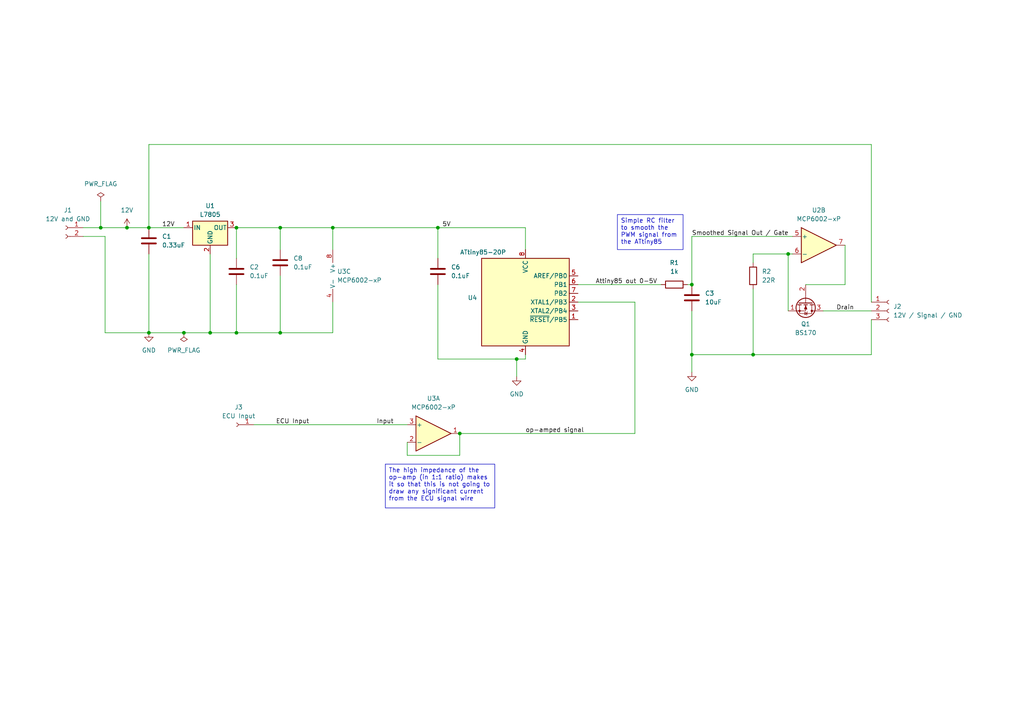
<source format=kicad_sch>
(kicad_sch (version 20250114) (generator "eeschema") (generator_version "9.0")
  (paper "A4")
  (title_block (title "VDO Vision Oil Tempearature Gauge Driver") (date "2025-05-24") (rev "0.2"))
  (lib_symbols
    (symbol "Amplifier_Operational:MCP6002-xP" (pin_names (offset 0.127))
      (property "Reference" "U" (at 0 5.08 0))
      (property "Value" "MCP6002-xP" (at 0 -5.08 0))
      (symbol "MCP6002-xP_1_1"
        (polyline (pts (xy -5.08 5.08) (xy 5.08 0) (xy -5.08 -5.08) (xy -5.08 5.08)) (stroke (width 0.254)) (fill (type background)))
        (pin input line (at -7.62 2.54 0) (length 2.54) (name "+") (number "3"))
        (pin input line (at -7.62 -2.54 0) (length 2.54) (name "-") (number "2"))
        (pin output line (at 7.62 0 180) (length 2.54) (name "~") (number "1"))
      )
      (symbol "MCP6002-xP_2_1"
        (polyline (pts (xy -5.08 5.08) (xy 5.08 0) (xy -5.08 -5.08) (xy -5.08 5.08)) (stroke (width 0.254)) (fill (type background)))
        (pin input line (at -7.62 2.54 0) (length 2.54) (name "+") (number "5"))
        (pin input line (at -7.62 -2.54 0) (length 2.54) (name "-") (number "6"))
        (pin output line (at 7.62 0 180) (length 2.54) (name "~") (number "7"))
      )
      (symbol "MCP6002-xP_3_1"
        (pin power_in line (at -2.54 7.62 270) (length 3.81) (name "V+") (number "8"))
        (pin power_in line (at -2.54 -7.62 90) (length 3.81) (name "V-") (number "4"))
      )
    )
    (symbol "Connector:Conn_01x01_Socket" (pin_names (offset 1.016) (hide yes))
      (property "Reference" "J" (at 0 2.54 0))
      (property "Value" "Conn_01x01_Socket" (at 0 -2.54 0))
      (symbol "Conn_01x01_Socket_1_1"
        (polyline (pts (xy -1.27 0) (xy -0.508 0)) (stroke (width 0.1524)))
        (arc (start 0 -0.508) (mid -0.5058 0) (end 0 0.508) (stroke (width 0.1524)))
        (pin passive line (at -5.08 0 0) (length 3.81) (name "Pin_1") (number "1"))
      )
    )
    (symbol "Connector:Conn_01x02_Socket" (pin_names (offset 1.016) (hide yes))
      (property "Reference" "J" (at 0 2.54 0))
      (property "Value" "Conn_01x02_Socket" (at 0 -5.08 0))
      (symbol "Conn_01x02_Socket_1_1"
        (polyline (pts (xy -1.27 0) (xy -0.508 0)) (stroke (width 0.1524)))
        (polyline (pts (xy -1.27 -2.54) (xy -0.508 -2.54)) (stroke (width 0.1524)))
        (arc (start 0 -0.508) (mid -0.5058 0) (end 0 0.508) (stroke (width 0.1524)))
        (arc (start 0 -3.048) (mid -0.5058 -2.54) (end 0 -2.032) (stroke (width 0.1524)))
        (pin passive line (at -5.08 0 0) (length 3.81) (name "Pin_1") (number "1"))
        (pin passive line (at -5.08 -2.54 0) (length 3.81) (name "Pin_2") (number "2"))
      )
    )
    (symbol "Connector:Conn_01x03_Socket" (pin_names (offset 1.016) (hide yes))
      (property "Reference" "J" (at 0 5.08 0))
      (property "Value" "Conn_01x03_Socket" (at 0 -5.08 0))
      (symbol "Conn_01x03_Socket_1_1"
        (polyline (pts (xy -1.27 2.54) (xy -0.508 2.54)) (stroke (width 0.1524)))
        (polyline (pts (xy -1.27 0) (xy -0.508 0)) (stroke (width 0.1524)))
        (polyline (pts (xy -1.27 -2.54) (xy -0.508 -2.54)) (stroke (width 0.1524)))
        (arc (start 0 2.032) (mid -0.5058 2.54) (end 0 3.048) (stroke (width 0.1524)))
        (arc (start 0 -0.508) (mid -0.5058 0) (end 0 0.508) (stroke (width 0.1524)))
        (arc (start 0 -3.048) (mid -0.5058 -2.54) (end 0 -2.032) (stroke (width 0.1524)))
        (pin passive line (at -5.08 2.54 0) (length 3.81) (name "Pin_1") (number "1"))
        (pin passive line (at -5.08 0 0) (length 3.81) (name "Pin_2") (number "2"))
        (pin passive line (at -5.08 -2.54 0) (length 3.81) (name "Pin_3") (number "3"))
      )
    )
    (symbol "Device:C" (pin_numbers (hide yes)) (pin_names (offset 0.254))
      (property "Reference" "C" (at 0.635 2.54 0))
      (property "Value" "C" (at 0.635 -2.54 0))
      (symbol "C_0_1"
        (polyline (pts (xy -2.032 0.762) (xy 2.032 0.762)) (stroke (width 0.508)))
        (polyline (pts (xy -2.032 -0.762) (xy 2.032 -0.762)) (stroke (width 0.508)))
      )
      (symbol "C_1_1"
        (pin passive line (at 0 3.81 270) (length 2.794) (name "~") (number "1"))
        (pin passive line (at 0 -3.81 90) (length 2.794) (name "~") (number "2"))
      )
    )
    (symbol "Device:R" (pin_numbers (hide yes)) (pin_names (offset 0))
      (property "Reference" "R" (at 2.032 0 90))
      (property "Value" "R" (at 0 0 90))
      (symbol "R_0_1"
        (rectangle (start -1.016 -2.54) (end 1.016 2.54) (stroke (width 0.254)))
      )
      (symbol "R_1_1"
        (pin passive line (at 0 3.81 270) (length 1.27) (name "~") (number "1"))
        (pin passive line (at 0 -3.81 90) (length 1.27) (name "~") (number "2"))
      )
    )
    (symbol "MCU_Microchip_ATtiny:ATtiny85-20P"
      (property "Reference" "U" (at -12.7 13.97 0))
      (property "Value" "ATtiny85-20P" (at 2.54 -13.97 0))
      (symbol "ATtiny85-20P_0_1"
        (rectangle (start -12.7 -12.7) (end 12.7 12.7) (stroke (width 0.254)) (fill (type background)))
      )
      (symbol "ATtiny85-20P_1_1"
        (pin power_in line (at 0 15.24 270) (length 2.54) (name "VCC") (number "8"))
        (pin power_in line (at 0 -15.24 90) (length 2.54) (name "GND") (number "4"))
        (pin bidirectional line (at 15.24 7.62 180) (length 2.54) (name "AREF/PB0") (number "5"))
        (pin bidirectional line (at 15.24 5.08 180) (length 2.54) (name "PB1") (number "6"))
        (pin bidirectional line (at 15.24 2.54 180) (length 2.54) (name "PB2") (number "7"))
        (pin bidirectional line (at 15.24 0 180) (length 2.54) (name "XTAL1/PB3") (number "2"))
        (pin bidirectional line (at 15.24 -2.54 180) (length 2.54) (name "XTAL2/PB4") (number "3"))
        (pin bidirectional line (at 15.24 -5.08 180) (length 2.54) (name "~{RESET}/PB5") (number "1"))
      )
    )
    (symbol "Regulator_Linear:L7805" (pin_names (offset 0.254))
      (property "Reference" "U" (at -3.81 3.175 0))
      (property "Value" "L7805" (at 0 3.175 0))
      (symbol "L7805_0_1"
        (rectangle (start -5.08 1.905) (end 5.08 -5.08) (stroke (width 0.254)) (fill (type background)))
      )
      (symbol "L7805_1_1"
        (pin power_in line (at -7.62 0 0) (length 2.54) (name "IN") (number "1"))
        (pin power_in line (at 0 -7.62 90) (length 2.54) (name "GND") (number "2"))
        (pin power_out line (at 7.62 0 180) (length 2.54) (name "OUT") (number "3"))
      )
    )
    (symbol "Transistor_FET:2N7000" (pin_names (hide yes))
      (property "Reference" "Q" (at 5.08 1.905 0))
      (property "Value" "2N7000" (at 5.08 0 0))
      (symbol "2N7000_0_1"
        (polyline (pts (xy 0.254 1.905) (xy 0.254 -1.905)) (stroke (width 0.254)))
        (polyline (pts (xy 0.254 0) (xy -2.54 0)))
        (polyline (pts (xy 0.762 2.286) (xy 0.762 1.27)) (stroke (width 0.254)))
        (polyline (pts (xy 0.762 0.508) (xy 0.762 -0.508)) (stroke (width 0.254)))
        (polyline (pts (xy 0.762 -1.27) (xy 0.762 -2.286)) (stroke (width 0.254)))
        (polyline (pts (xy 0.762 -1.778) (xy 3.302 -1.778) (xy 3.302 1.778) (xy 0.762 1.778)))
        (polyline (pts (xy 1.016 0) (xy 2.032 0.381) (xy 2.032 -0.381) (xy 1.016 0)) (fill (type outline)))
        (circle (center 1.651 0) (radius 2.794) (stroke (width 0.254)))
        (polyline (pts (xy 2.54 2.54) (xy 2.54 1.778)))
        (circle (center 2.54 1.778) (radius 0.254) (fill (type outline)))
        (circle (center 2.54 -1.778) (radius 0.254) (fill (type outline)))
        (polyline (pts (xy 2.54 -2.54) (xy 2.54 0) (xy 0.762 0)))
        (polyline (pts (xy 2.794 0.508) (xy 2.921 0.381) (xy 3.683 0.381) (xy 3.81 0.254)))
        (polyline (pts (xy 3.302 0.381) (xy 2.921 -0.254) (xy 3.683 -0.254) (xy 3.302 0.381)))
      )
      (symbol "2N7000_1_1"
        (pin input line (at -5.08 0 0) (length 2.54) (name "G") (number "2"))
        (pin passive line (at 2.54 5.08 270) (length 2.54) (name "D") (number "3"))
        (pin passive line (at 2.54 -5.08 90) (length 2.54) (name "S") (number "1"))
      )
    )
    (symbol "power:+12V" (power) (pin_numbers (hide yes)) (pin_names (offset 0) (hide yes))
      (property "Value" "+12V" (at 0 3.556 0))
      (symbol "+12V_0_1"
        (polyline (pts (xy -0.762 1.27) (xy 0 2.54)))
        (polyline (pts (xy 0 2.54) (xy 0.762 1.27)))
        (polyline (pts (xy 0 0) (xy 0 2.54)))
      )
      (symbol "+12V_1_1"
        (pin power_in line (at 0 0 90) (length 0) (name "~") (number "1"))
      )
    )
    (symbol "power:GND" (power) (pin_numbers (hide yes)) (pin_names (offset 0) (hide yes))
      (property "Value" "GND" (at 0 -3.81 0))
      (symbol "GND_0_1"
        (polyline (pts (xy 0 0) (xy 0 -1.27) (xy 1.27 -1.27) (xy 0 -2.54) (xy -1.27 -1.27) (xy 0 -1.27)))
      )
      (symbol "GND_1_1"
        (pin power_in line (at 0 0 270) (length 0) (name "~") (number "1"))
      )
    )
    (symbol "power:PWR_FLAG" (power) (pin_numbers (hide yes)) (pin_names (offset 0) (hide yes))
      (property "Value" "PWR_FLAG" (at 0 3.81 0))
      (symbol "PWR_FLAG_0_0"
        (pin power_out line (at 0 0 90) (length 0) (name "~") (number "1"))
      )
      (symbol "PWR_FLAG_0_1"
        (polyline (pts (xy 0 0) (xy 0 1.27) (xy -1.016 1.905) (xy 0 2.54) (xy 1.016 1.905) (xy 0 1.27)))
      )
    )
  )
  (text_box "Simple RC filter to smooth the PWM signal from the ATtiny85" (at 179.07 62.23 0) (size 19.05 10.16) (margins 0.9525 0.9525 0.9525 0.9525) (effects (font (size 1.27 1.27)) (justify left top)))
  (text_box "The high impedance of the op-amp (in 1:1 ratio) makes it so that this is not going to draw any significant current from the ECU signal wire" (at 111.76 134.62 0) (size 31.75 12.7) (margins 0.9525 0.9525 0.9525 0.9525) (effects (font (size 1.27 1.27)) (justify left top)))
  (junction (at 53.34 96.52))
  (junction (at 68.58 66.04))
  (junction (at 29.21 66.04))
  (junction (at 149.86 104.14))
  (junction (at 127 66.04))
  (junction (at 200.66 82.55))
  (junction (at 81.28 96.52))
  (junction (at 81.28 66.04))
  (junction (at 228.6 73.66))
  (junction (at 200.66 102.87))
  (junction (at 43.18 66.04))
  (junction (at 96.52 66.04))
  (junction (at 43.18 96.52))
  (junction (at 218.44 102.87))
  (junction (at 68.58 96.52))
  (junction (at 36.83 66.04))
  (junction (at 133.35 125.73))
  (junction (at 60.96 96.52))
  (wire (pts (xy 245.11 82.55) (xy 233.68 82.55)))
  (wire (pts (xy 238.76 90.17) (xy 252.73 90.17)))
  (wire (pts (xy 167.64 82.55) (xy 191.77 82.55)))
  (wire (pts (xy 30.48 68.58) (xy 30.48 96.52)))
  (wire (pts (xy 60.96 96.52) (xy 68.58 96.52)))
  (wire (pts (xy 218.44 83.82) (xy 218.44 102.87)))
  (wire (pts (xy 81.28 66.04) (xy 96.52 66.04)))
  (wire (pts (xy 30.48 96.52) (xy 43.18 96.52)))
  (wire (pts (xy 152.4 104.14) (xy 152.4 102.87)))
  (wire (pts (xy 96.52 66.04) (xy 96.52 72.39)))
  (wire (pts (xy 29.21 58.42) (xy 29.21 66.04)))
  (wire (pts (xy 228.6 90.17) (xy 228.6 73.66)))
  (wire (pts (xy 127 104.14) (xy 149.86 104.14)))
  (wire (pts (xy 118.11 128.27) (xy 118.11 132.08)))
  (wire (pts (xy 252.73 92.71) (xy 252.73 102.87)))
  (wire (pts (xy 43.18 96.52) (xy 53.34 96.52)))
  (wire (pts (xy 96.52 87.63) (xy 96.52 96.52)))
  (wire (pts (xy 200.66 82.55) (xy 200.66 68.58)))
  (wire (pts (xy 68.58 66.04) (xy 81.28 66.04)))
  (wire (pts (xy 43.18 41.91) (xy 252.73 41.91)))
  (wire (pts (xy 152.4 104.14) (xy 149.86 104.14)))
  (wire (pts (xy 133.35 125.73) (xy 184.15 125.73)))
  (wire (pts (xy 118.11 132.08) (xy 133.35 132.08)))
  (wire (pts (xy 252.73 102.87) (xy 218.44 102.87)))
  (wire (pts (xy 218.44 102.87) (xy 200.66 102.87)))
  (wire (pts (xy 68.58 96.52) (xy 81.28 96.52)))
  (wire (pts (xy 200.66 68.58) (xy 229.87 68.58)))
  (wire (pts (xy 53.34 96.52) (xy 60.96 96.52)))
  (wire (pts (xy 228.6 73.66) (xy 229.87 73.66)))
  (wire (pts (xy 228.6 73.66) (xy 218.44 73.66)))
  (wire (pts (xy 252.73 87.63) (xy 252.73 41.91)))
  (wire (pts (xy 73.66 123.19) (xy 118.11 123.19)))
  (wire (pts (xy 127 66.04) (xy 127 74.93)))
  (wire (pts (xy 43.18 66.04) (xy 53.34 66.04)))
  (wire (pts (xy 24.13 66.04) (xy 29.21 66.04)))
  (wire (pts (xy 133.35 125.73) (xy 133.35 132.08)))
  (wire (pts (xy 184.15 87.63) (xy 184.15 125.73)))
  (wire (pts (xy 81.28 96.52) (xy 96.52 96.52)))
  (wire (pts (xy 127 82.55) (xy 127 104.14)))
  (wire (pts (xy 60.96 73.66) (xy 60.96 96.52)))
  (wire (pts (xy 43.18 66.04) (xy 43.18 41.91)))
  (wire (pts (xy 29.21 66.04) (xy 36.83 66.04)))
  (wire (pts (xy 81.28 66.04) (xy 81.28 72.39)))
  (wire (pts (xy 218.44 73.66) (xy 218.44 76.2)))
  (wire (pts (xy 200.66 102.87) (xy 200.66 107.95)))
  (wire (pts (xy 199.39 82.55) (xy 200.66 82.55)))
  (wire (pts (xy 152.4 66.04) (xy 152.4 72.39)))
  (wire (pts (xy 167.64 87.63) (xy 184.15 87.63)))
  (wire (pts (xy 149.86 104.14) (xy 149.86 109.22)))
  (wire (pts (xy 43.18 73.66) (xy 43.18 96.52)))
  (wire (pts (xy 36.83 66.04) (xy 43.18 66.04)))
  (wire (pts (xy 24.13 68.58) (xy 30.48 68.58)))
  (wire (pts (xy 96.52 66.04) (xy 127 66.04)))
  (wire (pts (xy 200.66 90.17) (xy 200.66 102.87)))
  (wire (pts (xy 68.58 66.04) (xy 68.58 74.93)))
  (wire (pts (xy 81.28 80.01) (xy 81.28 96.52)))
  (wire (pts (xy 127 66.04) (xy 152.4 66.04)))
  (wire (pts (xy 68.58 82.55) (xy 68.58 96.52)))
  (wire (pts (xy 245.11 71.12) (xy 245.11 82.55)))
  (label "Drain" (at 242.57 90.17 0))
  (label "Smoothed Signal Out {slash} Gate" (at 200.66 68.58 0))
  (label "Attiny85 out 0-5V" (at 172.72 82.55 0))
  (label "Input" (at 109.22 123.19 0))
  (label "5V" (at 128.27 66.04 0))
  (label "12V" (at 46.99 66.04 0))
  (label "op-amped signal" (at 152.4 125.73 0))
  (label "ECU Input" (at 80.01 123.19 0))
  (symbol (lib_id "Device:R") (at 218.44 80.01 0) (unit 1)
    (property "Reference" "R2" (at 220.98 78.7399 0) (effects (justify left)))
    (property "Value" "22R" (at 220.98 81.2799 0) (effects (justify left)))
    (property "Description" "Resistor" (effects (hide yes)))
  )
  (symbol (lib_id "Regulator_Linear:L7805") (at 60.96 66.04 0) (unit 1)
    (property "Reference" "U1" (at 60.96 59.69 0))
    (property "Value" "L7805" (at 60.96 62.23 0))
    (property "Footprint" "Package_TO_SOT_THT:TO-220-3_Horizontal_TabDown" (effects (hide yes)))
    (property "Datasheet" "http://www.st.com/content/ccc/resource/technical/document/datasheet/41/4f/b3/b0/12/d4/47/88/CD00000444.pdf/files/CD00000444.pdf/jcr:content/translations/en.CD00000444.pdf" (effects (hide yes)))
    (property "Description" "Positive 1.5A 35V Linear Regulator, Fixed Output 5V, TO-220/TO-263/TO-252" (effects (hide yes)))
  )
  (symbol (lib_id "Amplifier_Operational:MCP6002-xP") (at 125.73 125.73 0) (unit 1)
    (property "Reference" "U3" (at 125.73 115.57 0))
    (property "Value" "MCP6002-xP" (at 125.73 118.11 0))
    (property "Footprint" "Package_DIP:DIP-8_W7.62mm" (effects (hide yes)))
    (property "Datasheet" "http://ww1.microchip.com/downloads/en/DeviceDoc/21733j.pdf" (effects (hide yes)))
    (property "Description" "1MHz, Low-Power Op Amp, DIP-8" (effects (hide yes)))
  )
  (symbol (lib_id "power:PWR_FLAG") (at 29.21 58.42 0) (unit 1)
    (property "Reference" "#FLG01" (effects (hide yes)))
    (property "Value" "PWR_FLAG" (at 29.21 53.34 0))
    (property "Description" "Special symbol for telling ERC where power comes from" (effects (hide yes)))
  )
  (symbol (lib_id "MCU_Microchip_ATtiny:ATtiny85-20P") (at 152.4 87.63 0) (unit 1)
    (property "Reference" "U4" (at 138.43 86.3599 0) (effects (justify right)))
    (property "Value" "ATtiny85-20P" (at 146.812 73.152 0) (effects (justify right)))
    (property "Footprint" "Package_DIP:DIP-8_W7.62mm" (effects (hide yes)))
    (property "Datasheet" "http://ww1.microchip.com/downloads/en/DeviceDoc/atmel-2586-avr-8-bit-microcontroller-attiny25-attiny45-attiny85_datasheet.pdf" (effects (hide yes)))
    (property "Description" "20MHz, 8kB Flash, 512B SRAM, 512B EEPROM, debugWIRE, DIP-8" (effects (hide yes)))
  )
  (symbol (lib_id "Device:C") (at 200.66 86.36 0) (unit 1)
    (property "Reference" "C3" (at 204.47 85.0899 0) (effects (justify left)))
    (property "Value" "10uF" (at 204.47 87.6299 0) (effects (justify left)))
    (property "Footprint" "Capacitor_THT:C_Radial_D5.0mm_H7.0mm_P2.00mm" (effects (hide yes)))
    (property "Description" "Unpolarized capacitor" (effects (hide yes)))
  )
  (symbol (lib_id "Device:C") (at 68.58 78.74 0) (unit 1)
    (property "Reference" "C2" (at 72.39 77.4699 0) (effects (justify left)))
    (property "Value" "0.1uF" (at 72.39 80.0099 0) (effects (justify left)))
    (property "Footprint" "Capacitor_THT:C_Disc_D6.0mm_W2.5mm_P5.00mm" (effects (hide yes)))
    (property "Description" "Unpolarized capacitor" (effects (hide yes)))
  )
  (symbol (lib_id "power:GND") (at 149.86 109.22 0) (unit 1)
    (property "Reference" "#PWR05" (effects (hide yes)))
    (property "Value" "GND" (at 149.86 114.3 0))
    (property "Description" "Power symbol creates a global label with name \"GND\" , ground" (effects (hide yes)))
  )
  (symbol (lib_id "Amplifier_Operational:MCP6002-xP") (at 237.49 71.12 0) (unit 2)
    (property "Reference" "U2" (at 237.49 60.96 0))
    (property "Value" "MCP6002-xP" (at 237.49 63.5 0))
    (property "Datasheet" "http://ww1.microchip.com/downloads/en/DeviceDoc/21733j.pdf" (effects (hide yes)))
    (property "Description" "1MHz, Low-Power Op Amp, DIP-8" (effects (hide yes)))
  )
  (symbol (lib_id "Connector:Conn_01x02_Socket") (at 19.05 66.04 0) (mirror y) (unit 1)
    (property "Reference" "J1" (at 19.685 60.96 0))
    (property "Value" "12V and GND" (at 19.685 63.5 0))
    (property "Footprint" "Connector_JST:JST_XH_B2B-XH-A_1x02_P2.50mm_Vertical" (effects (hide yes)))
    (property "Description" "Generic connector, single row, 01x02, script generated" (effects (hide yes)))
  )
  (symbol (lib_id "Device:C") (at 43.18 69.85 0) (unit 1)
    (property "Reference" "C1" (at 46.99 68.5799 0) (effects (justify left)))
    (property "Value" "0.33uF" (at 46.99 71.1199 0) (effects (justify left)))
    (property "Footprint" "Capacitor_THT:C_Disc_D6.0mm_W2.5mm_P5.00mm" (effects (hide yes)))
    (property "Description" "Unpolarized capacitor" (effects (hide yes)))
  )
  (symbol (lib_id "power:+12V") (at 36.83 66.04 0) (unit 1)
    (property "Reference" "#PWR02" (effects (hide yes)))
    (property "Value" "12V" (at 36.83 60.96 0))
    (property "Description" "Power symbol creates a global label with name \"+12V\"" (effects (hide yes)))
  )
  (symbol (lib_id "Device:R") (at 195.58 82.55 90) (unit 1)
    (property "Reference" "R1" (at 195.58 76.2 90))
    (property "Value" "1k" (at 195.58 78.74 90))
    (property "Footprint" "Resistor_THT:R_Axial_DIN0309_L9.0mm_D3.2mm_P12.70mm_Horizontal" (effects (hide yes)))
    (property "Description" "Resistor" (effects (hide yes)))
  )
  (symbol (lib_id "power:PWR_FLAG") (at 53.34 96.52 180) (unit 1)
    (property "Reference" "#FLG02" (effects (hide yes)))
    (property "Value" "PWR_FLAG" (at 53.34 101.6 0))
    (property "Description" "Special symbol for telling ERC where power comes from" (effects (hide yes)))
  )
  (symbol (lib_id "Device:C") (at 81.28 76.2 0) (unit 1)
    (property "Reference" "C8" (at 85.09 74.9299 0) (effects (justify left)))
    (property "Value" "0.1uF" (at 85.09 77.4699 0) (effects (justify left)))
    (property "Footprint" "Capacitor_THT:C_Disc_D6.0mm_W2.5mm_P5.00mm" (effects (hide yes)))
    (property "Description" "Unpolarized capacitor" (effects (hide yes)))
  )
  (symbol (lib_id "Device:C") (at 127 78.74 0) (unit 1)
    (property "Reference" "C6" (at 130.81 77.4699 0) (effects (justify left)))
    (property "Value" "0.1uF" (at 130.81 80.0099 0) (effects (justify left)))
    (property "Footprint" "Capacitor_THT:C_Disc_D6.0mm_W2.5mm_P5.00mm" (effects (hide yes)))
    (property "Description" "Unpolarized capacitor" (effects (hide yes)))
  )
  (symbol (lib_id "Connector:Conn_01x01_Socket") (at 68.58 123.19 180) (unit 1)
    (property "Reference" "J3" (at 69.215 118.11 0))
    (property "Value" "ECU Input" (at 69.215 120.65 0))
    (property "Footprint" "Connector_JST:JST_XH_B1B-XH-AM_1x01_P2.50mm_Vertical" (effects (hide yes)))
    (property "Description" "Generic connector, single row, 01x01, script generated" (effects (hide yes)))
  )
  (symbol (lib_id "Amplifier_Operational:MCP6002-xP") (at 99.06 80.01 0) (unit 3)
    (property "Reference" "U3" (at 97.79 78.7399 0) (effects (justify left)))
    (property "Value" "MCP6002-xP" (at 97.79 81.2799 0) (effects (justify left)))
    (property "Footprint" "Package_DIP:DIP-8_W7.62mm" (effects (hide yes)))
    (property "Datasheet" "http://ww1.microchip.com/downloads/en/DeviceDoc/21733j.pdf" (effects (hide yes)))
    (property "Description" "1MHz, Low-Power Op Amp, DIP-8" (effects (hide yes)))
  )
  (symbol (lib_id "Transistor_FET:2N7000") (at 233.68 87.63 270) (unit 1)
    (property "Reference" "Q1" (at 233.68 93.98 90))
    (property "Value" "BS170" (at 233.68 96.52 90))
    (property "Footprint" "Package_TO_SOT_THT:TO-92_Inline" (effects (hide yes)))
    (property "Datasheet" "https://www.vishay.com/docs/70226/70226.pdf" (effects (hide yes)))
    (property "Description" "0.2A Id, 200V Vds, N-Channel MOSFET, 2.6V Logic Level, TO-92" (effects (hide yes)))
  )
  (symbol (lib_id "power:GND") (at 200.66 107.95 0) (unit 1)
    (property "Reference" "#PWR04" (effects (hide yes)))
    (property "Value" "GND" (at 200.66 113.03 0))
    (property "Description" "Power symbol creates a global label with name \"GND\" , ground" (effects (hide yes)))
  )
  (symbol (lib_id "Connector:Conn_01x03_Socket") (at 257.81 90.17 0) (unit 1)
    (property "Reference" "J2" (at 259.08 88.8999 0) (effects (justify left)))
    (property "Value" "12V / Signal / GND" (at 259.08 91.4399 0) (effects (justify left)))
    (property "Footprint" "Connector_JST:JST_XH_B3B-XH-A_1x03_P2.50mm_Vertical" (effects (hide yes)))
    (property "Description" "Generic connector, single row, 01x03, script generated" (effects (hide yes)))
  )
  (symbol (lib_id "power:GND") (at 43.18 96.52 0) (unit 1)
    (property "Reference" "#PWR01" (effects (hide yes)))
    (property "Value" "GND" (at 43.18 101.6 0))
    (property "Description" "Power symbol creates a global label with name \"GND\" , ground" (effects (hide yes)))
  )
)
</source>
